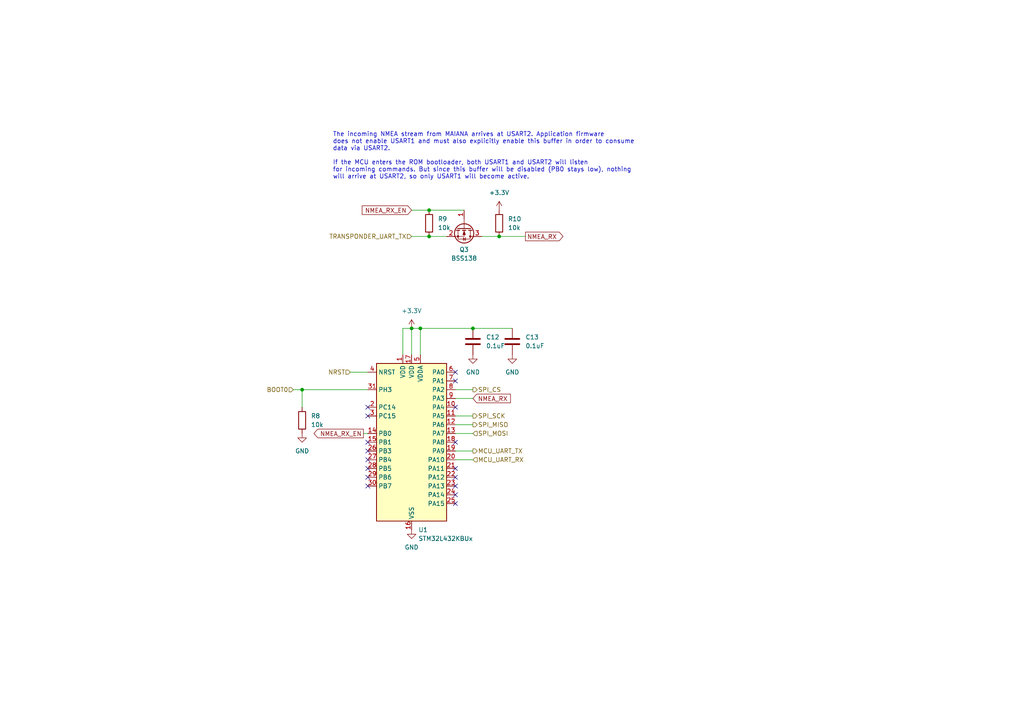
<source format=kicad_sch>
(kicad_sch
	(version 20231120)
	(generator "eeschema")
	(generator_version "8.0")
	(uuid "5fedfe40-3d61-4967-9647-ceeeeb434b01")
	(paper "A4")
	(title_block
		(title "MAIANA NMEA2000 Adapter")
		(date "2023-09-23")
		(rev "8")
		(company "Maverick Labs LLC")
	)
	(lib_symbols
		(symbol "Device:C"
			(pin_numbers hide)
			(pin_names
				(offset 0.254)
			)
			(exclude_from_sim no)
			(in_bom yes)
			(on_board yes)
			(property "Reference" "C"
				(at 0.635 2.54 0)
				(effects
					(font
						(size 1.27 1.27)
					)
					(justify left)
				)
			)
			(property "Value" "C"
				(at 0.635 -2.54 0)
				(effects
					(font
						(size 1.27 1.27)
					)
					(justify left)
				)
			)
			(property "Footprint" ""
				(at 0.9652 -3.81 0)
				(effects
					(font
						(size 1.27 1.27)
					)
					(hide yes)
				)
			)
			(property "Datasheet" "~"
				(at 0 0 0)
				(effects
					(font
						(size 1.27 1.27)
					)
					(hide yes)
				)
			)
			(property "Description" "Unpolarized capacitor"
				(at 0 0 0)
				(effects
					(font
						(size 1.27 1.27)
					)
					(hide yes)
				)
			)
			(property "ki_keywords" "cap capacitor"
				(at 0 0 0)
				(effects
					(font
						(size 1.27 1.27)
					)
					(hide yes)
				)
			)
			(property "ki_fp_filters" "C_*"
				(at 0 0 0)
				(effects
					(font
						(size 1.27 1.27)
					)
					(hide yes)
				)
			)
			(symbol "C_0_1"
				(polyline
					(pts
						(xy -2.032 -0.762) (xy 2.032 -0.762)
					)
					(stroke
						(width 0.508)
						(type default)
					)
					(fill
						(type none)
					)
				)
				(polyline
					(pts
						(xy -2.032 0.762) (xy 2.032 0.762)
					)
					(stroke
						(width 0.508)
						(type default)
					)
					(fill
						(type none)
					)
				)
			)
			(symbol "C_1_1"
				(pin passive line
					(at 0 3.81 270)
					(length 2.794)
					(name "~"
						(effects
							(font
								(size 1.27 1.27)
							)
						)
					)
					(number "1"
						(effects
							(font
								(size 1.27 1.27)
							)
						)
					)
				)
				(pin passive line
					(at 0 -3.81 90)
					(length 2.794)
					(name "~"
						(effects
							(font
								(size 1.27 1.27)
							)
						)
					)
					(number "2"
						(effects
							(font
								(size 1.27 1.27)
							)
						)
					)
				)
			)
		)
		(symbol "Device:R"
			(pin_numbers hide)
			(pin_names
				(offset 0)
			)
			(exclude_from_sim no)
			(in_bom yes)
			(on_board yes)
			(property "Reference" "R"
				(at 2.032 0 90)
				(effects
					(font
						(size 1.27 1.27)
					)
				)
			)
			(property "Value" "R"
				(at 0 0 90)
				(effects
					(font
						(size 1.27 1.27)
					)
				)
			)
			(property "Footprint" ""
				(at -1.778 0 90)
				(effects
					(font
						(size 1.27 1.27)
					)
					(hide yes)
				)
			)
			(property "Datasheet" "~"
				(at 0 0 0)
				(effects
					(font
						(size 1.27 1.27)
					)
					(hide yes)
				)
			)
			(property "Description" "Resistor"
				(at 0 0 0)
				(effects
					(font
						(size 1.27 1.27)
					)
					(hide yes)
				)
			)
			(property "ki_keywords" "R res resistor"
				(at 0 0 0)
				(effects
					(font
						(size 1.27 1.27)
					)
					(hide yes)
				)
			)
			(property "ki_fp_filters" "R_*"
				(at 0 0 0)
				(effects
					(font
						(size 1.27 1.27)
					)
					(hide yes)
				)
			)
			(symbol "R_0_1"
				(rectangle
					(start -1.016 -2.54)
					(end 1.016 2.54)
					(stroke
						(width 0.254)
						(type default)
					)
					(fill
						(type none)
					)
				)
			)
			(symbol "R_1_1"
				(pin passive line
					(at 0 3.81 270)
					(length 1.27)
					(name "~"
						(effects
							(font
								(size 1.27 1.27)
							)
						)
					)
					(number "1"
						(effects
							(font
								(size 1.27 1.27)
							)
						)
					)
				)
				(pin passive line
					(at 0 -3.81 90)
					(length 1.27)
					(name "~"
						(effects
							(font
								(size 1.27 1.27)
							)
						)
					)
					(number "2"
						(effects
							(font
								(size 1.27 1.27)
							)
						)
					)
				)
			)
		)
		(symbol "MCU_ST_STM32L4:STM32L432KBUx"
			(exclude_from_sim no)
			(in_bom yes)
			(on_board yes)
			(property "Reference" "U"
				(at -10.16 24.13 0)
				(effects
					(font
						(size 1.27 1.27)
					)
					(justify left)
				)
			)
			(property "Value" "STM32L432KBUx"
				(at 5.08 24.13 0)
				(effects
					(font
						(size 1.27 1.27)
					)
					(justify left)
				)
			)
			(property "Footprint" "Package_DFN_QFN:QFN-32-1EP_5x5mm_P0.5mm_EP3.45x3.45mm"
				(at -10.16 -22.86 0)
				(effects
					(font
						(size 1.27 1.27)
					)
					(justify right)
					(hide yes)
				)
			)
			(property "Datasheet" "https://www.st.com/resource/en/datasheet/stm32l432kb.pdf"
				(at 0 0 0)
				(effects
					(font
						(size 1.27 1.27)
					)
					(hide yes)
				)
			)
			(property "Description" "STMicroelectronics Arm Cortex-M4 MCU, 128KB flash, 64KB RAM, 80 MHz, 1.71-3.6V, 26 GPIO, UFQFPN32"
				(at 0 0 0)
				(effects
					(font
						(size 1.27 1.27)
					)
					(hide yes)
				)
			)
			(property "ki_locked" ""
				(at 0 0 0)
				(effects
					(font
						(size 1.27 1.27)
					)
				)
			)
			(property "ki_keywords" "Arm Cortex-M4 STM32L4 STM32L4x2"
				(at 0 0 0)
				(effects
					(font
						(size 1.27 1.27)
					)
					(hide yes)
				)
			)
			(property "ki_fp_filters" "QFN*1EP*5x5mm*P0.5mm*"
				(at 0 0 0)
				(effects
					(font
						(size 1.27 1.27)
					)
					(hide yes)
				)
			)
			(symbol "STM32L432KBUx_0_1"
				(rectangle
					(start -10.16 -22.86)
					(end 10.16 22.86)
					(stroke
						(width 0.254)
						(type default)
					)
					(fill
						(type background)
					)
				)
			)
			(symbol "STM32L432KBUx_1_1"
				(pin power_in line
					(at -2.54 25.4 270)
					(length 2.54)
					(name "VDD"
						(effects
							(font
								(size 1.27 1.27)
							)
						)
					)
					(number "1"
						(effects
							(font
								(size 1.27 1.27)
							)
						)
					)
				)
				(pin bidirectional line
					(at 12.7 10.16 180)
					(length 2.54)
					(name "PA4"
						(effects
							(font
								(size 1.27 1.27)
							)
						)
					)
					(number "10"
						(effects
							(font
								(size 1.27 1.27)
							)
						)
					)
					(alternate "ADC1_IN9" bidirectional line)
					(alternate "COMP1_INM" bidirectional line)
					(alternate "COMP2_INM" bidirectional line)
					(alternate "DAC1_OUT1" bidirectional line)
					(alternate "LPTIM2_OUT" bidirectional line)
					(alternate "SAI1_FS_B" bidirectional line)
					(alternate "SPI1_NSS" bidirectional line)
					(alternate "SPI3_NSS" bidirectional line)
					(alternate "USART2_CK" bidirectional line)
				)
				(pin bidirectional line
					(at 12.7 7.62 180)
					(length 2.54)
					(name "PA5"
						(effects
							(font
								(size 1.27 1.27)
							)
						)
					)
					(number "11"
						(effects
							(font
								(size 1.27 1.27)
							)
						)
					)
					(alternate "ADC1_IN10" bidirectional line)
					(alternate "COMP1_INM" bidirectional line)
					(alternate "COMP2_INM" bidirectional line)
					(alternate "DAC1_OUT2" bidirectional line)
					(alternate "LPTIM2_ETR" bidirectional line)
					(alternate "SPI1_SCK" bidirectional line)
					(alternate "TIM2_CH1" bidirectional line)
					(alternate "TIM2_ETR" bidirectional line)
				)
				(pin bidirectional line
					(at 12.7 5.08 180)
					(length 2.54)
					(name "PA6"
						(effects
							(font
								(size 1.27 1.27)
							)
						)
					)
					(number "12"
						(effects
							(font
								(size 1.27 1.27)
							)
						)
					)
					(alternate "ADC1_IN11" bidirectional line)
					(alternate "COMP1_OUT" bidirectional line)
					(alternate "LPUART1_CTS" bidirectional line)
					(alternate "QUADSPI_BK1_IO3" bidirectional line)
					(alternate "SPI1_MISO" bidirectional line)
					(alternate "TIM16_CH1" bidirectional line)
					(alternate "TIM1_BKIN" bidirectional line)
					(alternate "TIM1_BKIN_COMP2" bidirectional line)
				)
				(pin bidirectional line
					(at 12.7 2.54 180)
					(length 2.54)
					(name "PA7"
						(effects
							(font
								(size 1.27 1.27)
							)
						)
					)
					(number "13"
						(effects
							(font
								(size 1.27 1.27)
							)
						)
					)
					(alternate "ADC1_IN12" bidirectional line)
					(alternate "COMP2_OUT" bidirectional line)
					(alternate "I2C3_SCL" bidirectional line)
					(alternate "QUADSPI_BK1_IO2" bidirectional line)
					(alternate "SPI1_MOSI" bidirectional line)
					(alternate "TIM1_CH1N" bidirectional line)
				)
				(pin bidirectional line
					(at -12.7 2.54 0)
					(length 2.54)
					(name "PB0"
						(effects
							(font
								(size 1.27 1.27)
							)
						)
					)
					(number "14"
						(effects
							(font
								(size 1.27 1.27)
							)
						)
					)
					(alternate "ADC1_IN15" bidirectional line)
					(alternate "COMP1_OUT" bidirectional line)
					(alternate "QUADSPI_BK1_IO1" bidirectional line)
					(alternate "SAI1_EXTCLK" bidirectional line)
					(alternate "SPI1_NSS" bidirectional line)
					(alternate "TIM1_CH2N" bidirectional line)
				)
				(pin bidirectional line
					(at -12.7 0 0)
					(length 2.54)
					(name "PB1"
						(effects
							(font
								(size 1.27 1.27)
							)
						)
					)
					(number "15"
						(effects
							(font
								(size 1.27 1.27)
							)
						)
					)
					(alternate "ADC1_IN16" bidirectional line)
					(alternate "COMP1_INM" bidirectional line)
					(alternate "LPTIM2_IN1" bidirectional line)
					(alternate "LPUART1_DE" bidirectional line)
					(alternate "LPUART1_RTS" bidirectional line)
					(alternate "QUADSPI_BK1_IO0" bidirectional line)
					(alternate "TIM1_CH3N" bidirectional line)
				)
				(pin power_in line
					(at 0 -25.4 90)
					(length 2.54)
					(name "VSS"
						(effects
							(font
								(size 1.27 1.27)
							)
						)
					)
					(number "16"
						(effects
							(font
								(size 1.27 1.27)
							)
						)
					)
				)
				(pin power_in line
					(at 0 25.4 270)
					(length 2.54)
					(name "VDD"
						(effects
							(font
								(size 1.27 1.27)
							)
						)
					)
					(number "17"
						(effects
							(font
								(size 1.27 1.27)
							)
						)
					)
				)
				(pin bidirectional line
					(at 12.7 0 180)
					(length 2.54)
					(name "PA8"
						(effects
							(font
								(size 1.27 1.27)
							)
						)
					)
					(number "18"
						(effects
							(font
								(size 1.27 1.27)
							)
						)
					)
					(alternate "LPTIM2_OUT" bidirectional line)
					(alternate "RCC_MCO" bidirectional line)
					(alternate "SAI1_SCK_A" bidirectional line)
					(alternate "SWPMI1_IO" bidirectional line)
					(alternate "TIM1_CH1" bidirectional line)
					(alternate "USART1_CK" bidirectional line)
				)
				(pin bidirectional line
					(at 12.7 -2.54 180)
					(length 2.54)
					(name "PA9"
						(effects
							(font
								(size 1.27 1.27)
							)
						)
					)
					(number "19"
						(effects
							(font
								(size 1.27 1.27)
							)
						)
					)
					(alternate "DAC1_EXTI9" bidirectional line)
					(alternate "I2C1_SCL" bidirectional line)
					(alternate "SAI1_FS_A" bidirectional line)
					(alternate "TIM15_BKIN" bidirectional line)
					(alternate "TIM1_CH2" bidirectional line)
					(alternate "USART1_TX" bidirectional line)
				)
				(pin bidirectional line
					(at -12.7 10.16 0)
					(length 2.54)
					(name "PC14"
						(effects
							(font
								(size 1.27 1.27)
							)
						)
					)
					(number "2"
						(effects
							(font
								(size 1.27 1.27)
							)
						)
					)
					(alternate "RCC_OSC32_IN" bidirectional line)
				)
				(pin bidirectional line
					(at 12.7 -5.08 180)
					(length 2.54)
					(name "PA10"
						(effects
							(font
								(size 1.27 1.27)
							)
						)
					)
					(number "20"
						(effects
							(font
								(size 1.27 1.27)
							)
						)
					)
					(alternate "CRS_SYNC" bidirectional line)
					(alternate "I2C1_SDA" bidirectional line)
					(alternate "SAI1_SD_A" bidirectional line)
					(alternate "TIM1_CH3" bidirectional line)
					(alternate "USART1_RX" bidirectional line)
				)
				(pin bidirectional line
					(at 12.7 -7.62 180)
					(length 2.54)
					(name "PA11"
						(effects
							(font
								(size 1.27 1.27)
							)
						)
					)
					(number "21"
						(effects
							(font
								(size 1.27 1.27)
							)
						)
					)
					(alternate "ADC1_EXTI11" bidirectional line)
					(alternate "CAN1_RX" bidirectional line)
					(alternate "COMP1_OUT" bidirectional line)
					(alternate "SPI1_MISO" bidirectional line)
					(alternate "TIM1_BKIN2" bidirectional line)
					(alternate "TIM1_BKIN2_COMP1" bidirectional line)
					(alternate "TIM1_CH4" bidirectional line)
					(alternate "USART1_CTS" bidirectional line)
					(alternate "USB_DM" bidirectional line)
				)
				(pin bidirectional line
					(at 12.7 -10.16 180)
					(length 2.54)
					(name "PA12"
						(effects
							(font
								(size 1.27 1.27)
							)
						)
					)
					(number "22"
						(effects
							(font
								(size 1.27 1.27)
							)
						)
					)
					(alternate "CAN1_TX" bidirectional line)
					(alternate "SPI1_MOSI" bidirectional line)
					(alternate "TIM1_ETR" bidirectional line)
					(alternate "USART1_DE" bidirectional line)
					(alternate "USART1_RTS" bidirectional line)
					(alternate "USB_DP" bidirectional line)
				)
				(pin bidirectional line
					(at 12.7 -12.7 180)
					(length 2.54)
					(name "PA13"
						(effects
							(font
								(size 1.27 1.27)
							)
						)
					)
					(number "23"
						(effects
							(font
								(size 1.27 1.27)
							)
						)
					)
					(alternate "IR_OUT" bidirectional line)
					(alternate "SAI1_SD_B" bidirectional line)
					(alternate "SWPMI1_TX" bidirectional line)
					(alternate "SYS_JTMS-SWDIO" bidirectional line)
					(alternate "USB_NOE" bidirectional line)
				)
				(pin bidirectional line
					(at 12.7 -15.24 180)
					(length 2.54)
					(name "PA14"
						(effects
							(font
								(size 1.27 1.27)
							)
						)
					)
					(number "24"
						(effects
							(font
								(size 1.27 1.27)
							)
						)
					)
					(alternate "I2C1_SMBA" bidirectional line)
					(alternate "LPTIM1_OUT" bidirectional line)
					(alternate "SAI1_FS_B" bidirectional line)
					(alternate "SWPMI1_RX" bidirectional line)
					(alternate "SYS_JTCK-SWCLK" bidirectional line)
				)
				(pin bidirectional line
					(at 12.7 -17.78 180)
					(length 2.54)
					(name "PA15"
						(effects
							(font
								(size 1.27 1.27)
							)
						)
					)
					(number "25"
						(effects
							(font
								(size 1.27 1.27)
							)
						)
					)
					(alternate "ADC1_EXTI15" bidirectional line)
					(alternate "SPI1_NSS" bidirectional line)
					(alternate "SPI3_NSS" bidirectional line)
					(alternate "SWPMI1_SUSPEND" bidirectional line)
					(alternate "SYS_JTDI" bidirectional line)
					(alternate "TIM2_CH1" bidirectional line)
					(alternate "TIM2_ETR" bidirectional line)
					(alternate "USART2_RX" bidirectional line)
				)
				(pin bidirectional line
					(at -12.7 -2.54 0)
					(length 2.54)
					(name "PB3"
						(effects
							(font
								(size 1.27 1.27)
							)
						)
					)
					(number "26"
						(effects
							(font
								(size 1.27 1.27)
							)
						)
					)
					(alternate "COMP2_INM" bidirectional line)
					(alternate "SAI1_SCK_B" bidirectional line)
					(alternate "SPI1_SCK" bidirectional line)
					(alternate "SPI3_SCK" bidirectional line)
					(alternate "SYS_JTDO-SWO" bidirectional line)
					(alternate "TIM2_CH2" bidirectional line)
					(alternate "USART1_DE" bidirectional line)
					(alternate "USART1_RTS" bidirectional line)
				)
				(pin bidirectional line
					(at -12.7 -5.08 0)
					(length 2.54)
					(name "PB4"
						(effects
							(font
								(size 1.27 1.27)
							)
						)
					)
					(number "27"
						(effects
							(font
								(size 1.27 1.27)
							)
						)
					)
					(alternate "COMP2_INP" bidirectional line)
					(alternate "I2C3_SDA" bidirectional line)
					(alternate "SAI1_MCLK_B" bidirectional line)
					(alternate "SPI1_MISO" bidirectional line)
					(alternate "SPI3_MISO" bidirectional line)
					(alternate "SYS_JTRST" bidirectional line)
					(alternate "TSC_G2_IO1" bidirectional line)
					(alternate "USART1_CTS" bidirectional line)
				)
				(pin bidirectional line
					(at -12.7 -7.62 0)
					(length 2.54)
					(name "PB5"
						(effects
							(font
								(size 1.27 1.27)
							)
						)
					)
					(number "28"
						(effects
							(font
								(size 1.27 1.27)
							)
						)
					)
					(alternate "COMP2_OUT" bidirectional line)
					(alternate "I2C1_SMBA" bidirectional line)
					(alternate "LPTIM1_IN1" bidirectional line)
					(alternate "SAI1_SD_B" bidirectional line)
					(alternate "SPI1_MOSI" bidirectional line)
					(alternate "SPI3_MOSI" bidirectional line)
					(alternate "TIM16_BKIN" bidirectional line)
					(alternate "TSC_G2_IO2" bidirectional line)
					(alternate "USART1_CK" bidirectional line)
				)
				(pin bidirectional line
					(at -12.7 -10.16 0)
					(length 2.54)
					(name "PB6"
						(effects
							(font
								(size 1.27 1.27)
							)
						)
					)
					(number "29"
						(effects
							(font
								(size 1.27 1.27)
							)
						)
					)
					(alternate "COMP2_INP" bidirectional line)
					(alternate "I2C1_SCL" bidirectional line)
					(alternate "LPTIM1_ETR" bidirectional line)
					(alternate "SAI1_FS_B" bidirectional line)
					(alternate "TIM16_CH1N" bidirectional line)
					(alternate "TSC_G2_IO3" bidirectional line)
					(alternate "USART1_TX" bidirectional line)
				)
				(pin bidirectional line
					(at -12.7 7.62 0)
					(length 2.54)
					(name "PC15"
						(effects
							(font
								(size 1.27 1.27)
							)
						)
					)
					(number "3"
						(effects
							(font
								(size 1.27 1.27)
							)
						)
					)
					(alternate "ADC1_EXTI15" bidirectional line)
					(alternate "RCC_OSC32_OUT" bidirectional line)
				)
				(pin bidirectional line
					(at -12.7 -12.7 0)
					(length 2.54)
					(name "PB7"
						(effects
							(font
								(size 1.27 1.27)
							)
						)
					)
					(number "30"
						(effects
							(font
								(size 1.27 1.27)
							)
						)
					)
					(alternate "COMP2_INM" bidirectional line)
					(alternate "I2C1_SDA" bidirectional line)
					(alternate "LPTIM1_IN2" bidirectional line)
					(alternate "SYS_PVD_IN" bidirectional line)
					(alternate "TSC_G2_IO4" bidirectional line)
					(alternate "USART1_RX" bidirectional line)
				)
				(pin bidirectional line
					(at -12.7 15.24 0)
					(length 2.54)
					(name "PH3"
						(effects
							(font
								(size 1.27 1.27)
							)
						)
					)
					(number "31"
						(effects
							(font
								(size 1.27 1.27)
							)
						)
					)
				)
				(pin passive line
					(at 0 -25.4 90)
					(length 2.54) hide
					(name "VSS"
						(effects
							(font
								(size 1.27 1.27)
							)
						)
					)
					(number "32"
						(effects
							(font
								(size 1.27 1.27)
							)
						)
					)
				)
				(pin passive line
					(at 0 -25.4 90)
					(length 2.54) hide
					(name "VSS"
						(effects
							(font
								(size 1.27 1.27)
							)
						)
					)
					(number "33"
						(effects
							(font
								(size 1.27 1.27)
							)
						)
					)
				)
				(pin input line
					(at -12.7 20.32 0)
					(length 2.54)
					(name "NRST"
						(effects
							(font
								(size 1.27 1.27)
							)
						)
					)
					(number "4"
						(effects
							(font
								(size 1.27 1.27)
							)
						)
					)
				)
				(pin power_in line
					(at 2.54 25.4 270)
					(length 2.54)
					(name "VDDA"
						(effects
							(font
								(size 1.27 1.27)
							)
						)
					)
					(number "5"
						(effects
							(font
								(size 1.27 1.27)
							)
						)
					)
				)
				(pin bidirectional line
					(at 12.7 20.32 180)
					(length 2.54)
					(name "PA0"
						(effects
							(font
								(size 1.27 1.27)
							)
						)
					)
					(number "6"
						(effects
							(font
								(size 1.27 1.27)
							)
						)
					)
					(alternate "ADC1_IN5" bidirectional line)
					(alternate "COMP1_INM" bidirectional line)
					(alternate "COMP1_OUT" bidirectional line)
					(alternate "OPAMP1_VINP" bidirectional line)
					(alternate "RCC_CK_IN" bidirectional line)
					(alternate "RTC_TAMP2" bidirectional line)
					(alternate "SAI1_EXTCLK" bidirectional line)
					(alternate "SYS_WKUP1" bidirectional line)
					(alternate "TIM2_CH1" bidirectional line)
					(alternate "TIM2_ETR" bidirectional line)
					(alternate "USART2_CTS" bidirectional line)
				)
				(pin bidirectional line
					(at 12.7 17.78 180)
					(length 2.54)
					(name "PA1"
						(effects
							(font
								(size 1.27 1.27)
							)
						)
					)
					(number "7"
						(effects
							(font
								(size 1.27 1.27)
							)
						)
					)
					(alternate "ADC1_IN6" bidirectional line)
					(alternate "COMP1_INP" bidirectional line)
					(alternate "I2C1_SMBA" bidirectional line)
					(alternate "OPAMP1_VINM" bidirectional line)
					(alternate "SPI1_SCK" bidirectional line)
					(alternate "TIM15_CH1N" bidirectional line)
					(alternate "TIM2_CH2" bidirectional line)
					(alternate "USART2_DE" bidirectional line)
					(alternate "USART2_RTS" bidirectional line)
				)
				(pin bidirectional line
					(at 12.7 15.24 180)
					(length 2.54)
					(name "PA2"
						(effects
							(font
								(size 1.27 1.27)
							)
						)
					)
					(number "8"
						(effects
							(font
								(size 1.27 1.27)
							)
						)
					)
					(alternate "ADC1_IN7" bidirectional line)
					(alternate "COMP2_INM" bidirectional line)
					(alternate "COMP2_OUT" bidirectional line)
					(alternate "LPUART1_TX" bidirectional line)
					(alternate "QUADSPI_BK1_NCS" bidirectional line)
					(alternate "RCC_LSCO" bidirectional line)
					(alternate "SYS_WKUP4" bidirectional line)
					(alternate "TIM15_CH1" bidirectional line)
					(alternate "TIM2_CH3" bidirectional line)
					(alternate "USART2_TX" bidirectional line)
				)
				(pin bidirectional line
					(at 12.7 12.7 180)
					(length 2.54)
					(name "PA3"
						(effects
							(font
								(size 1.27 1.27)
							)
						)
					)
					(number "9"
						(effects
							(font
								(size 1.27 1.27)
							)
						)
					)
					(alternate "ADC1_IN8" bidirectional line)
					(alternate "COMP2_INP" bidirectional line)
					(alternate "LPUART1_RX" bidirectional line)
					(alternate "OPAMP1_VOUT" bidirectional line)
					(alternate "QUADSPI_CLK" bidirectional line)
					(alternate "SAI1_MCLK_A" bidirectional line)
					(alternate "TIM15_CH2" bidirectional line)
					(alternate "TIM2_CH4" bidirectional line)
					(alternate "USART2_RX" bidirectional line)
				)
			)
		)
		(symbol "Transistor_FET:BSS138"
			(pin_names hide)
			(exclude_from_sim no)
			(in_bom yes)
			(on_board yes)
			(property "Reference" "Q"
				(at 5.08 1.905 0)
				(effects
					(font
						(size 1.27 1.27)
					)
					(justify left)
				)
			)
			(property "Value" "BSS138"
				(at 5.08 0 0)
				(effects
					(font
						(size 1.27 1.27)
					)
					(justify left)
				)
			)
			(property "Footprint" "Package_TO_SOT_SMD:SOT-23"
				(at 5.08 -1.905 0)
				(effects
					(font
						(size 1.27 1.27)
						(italic yes)
					)
					(justify left)
					(hide yes)
				)
			)
			(property "Datasheet" "https://www.onsemi.com/pub/Collateral/BSS138-D.PDF"
				(at 0 0 0)
				(effects
					(font
						(size 1.27 1.27)
					)
					(justify left)
					(hide yes)
				)
			)
			(property "Description" "50V Vds, 0.22A Id, N-Channel MOSFET, SOT-23"
				(at 0 0 0)
				(effects
					(font
						(size 1.27 1.27)
					)
					(hide yes)
				)
			)
			(property "ki_keywords" "N-Channel MOSFET"
				(at 0 0 0)
				(effects
					(font
						(size 1.27 1.27)
					)
					(hide yes)
				)
			)
			(property "ki_fp_filters" "SOT?23*"
				(at 0 0 0)
				(effects
					(font
						(size 1.27 1.27)
					)
					(hide yes)
				)
			)
			(symbol "BSS138_0_1"
				(polyline
					(pts
						(xy 0.254 0) (xy -2.54 0)
					)
					(stroke
						(width 0)
						(type default)
					)
					(fill
						(type none)
					)
				)
				(polyline
					(pts
						(xy 0.254 1.905) (xy 0.254 -1.905)
					)
					(stroke
						(width 0.254)
						(type default)
					)
					(fill
						(type none)
					)
				)
				(polyline
					(pts
						(xy 0.762 -1.27) (xy 0.762 -2.286)
					)
					(stroke
						(width 0.254)
						(type default)
					)
					(fill
						(type none)
					)
				)
				(polyline
					(pts
						(xy 0.762 0.508) (xy 0.762 -0.508)
					)
					(stroke
						(width 0.254)
						(type default)
					)
					(fill
						(type none)
					)
				)
				(polyline
					(pts
						(xy 0.762 2.286) (xy 0.762 1.27)
					)
					(stroke
						(width 0.254)
						(type default)
					)
					(fill
						(type none)
					)
				)
				(polyline
					(pts
						(xy 2.54 2.54) (xy 2.54 1.778)
					)
					(stroke
						(width 0)
						(type default)
					)
					(fill
						(type none)
					)
				)
				(polyline
					(pts
						(xy 2.54 -2.54) (xy 2.54 0) (xy 0.762 0)
					)
					(stroke
						(width 0)
						(type default)
					)
					(fill
						(type none)
					)
				)
				(polyline
					(pts
						(xy 0.762 -1.778) (xy 3.302 -1.778) (xy 3.302 1.778) (xy 0.762 1.778)
					)
					(stroke
						(width 0)
						(type default)
					)
					(fill
						(type none)
					)
				)
				(polyline
					(pts
						(xy 1.016 0) (xy 2.032 0.381) (xy 2.032 -0.381) (xy 1.016 0)
					)
					(stroke
						(width 0)
						(type default)
					)
					(fill
						(type outline)
					)
				)
				(polyline
					(pts
						(xy 2.794 0.508) (xy 2.921 0.381) (xy 3.683 0.381) (xy 3.81 0.254)
					)
					(stroke
						(width 0)
						(type default)
					)
					(fill
						(type none)
					)
				)
				(polyline
					(pts
						(xy 3.302 0.381) (xy 2.921 -0.254) (xy 3.683 -0.254) (xy 3.302 0.381)
					)
					(stroke
						(width 0)
						(type default)
					)
					(fill
						(type none)
					)
				)
				(circle
					(center 1.651 0)
					(radius 2.794)
					(stroke
						(width 0.254)
						(type default)
					)
					(fill
						(type none)
					)
				)
				(circle
					(center 2.54 -1.778)
					(radius 0.254)
					(stroke
						(width 0)
						(type default)
					)
					(fill
						(type outline)
					)
				)
				(circle
					(center 2.54 1.778)
					(radius 0.254)
					(stroke
						(width 0)
						(type default)
					)
					(fill
						(type outline)
					)
				)
			)
			(symbol "BSS138_1_1"
				(pin input line
					(at -5.08 0 0)
					(length 2.54)
					(name "G"
						(effects
							(font
								(size 1.27 1.27)
							)
						)
					)
					(number "1"
						(effects
							(font
								(size 1.27 1.27)
							)
						)
					)
				)
				(pin passive line
					(at 2.54 -5.08 90)
					(length 2.54)
					(name "S"
						(effects
							(font
								(size 1.27 1.27)
							)
						)
					)
					(number "2"
						(effects
							(font
								(size 1.27 1.27)
							)
						)
					)
				)
				(pin passive line
					(at 2.54 5.08 270)
					(length 2.54)
					(name "D"
						(effects
							(font
								(size 1.27 1.27)
							)
						)
					)
					(number "3"
						(effects
							(font
								(size 1.27 1.27)
							)
						)
					)
				)
			)
		)
		(symbol "power:+3.3V"
			(power)
			(pin_names
				(offset 0)
			)
			(exclude_from_sim no)
			(in_bom yes)
			(on_board yes)
			(property "Reference" "#PWR"
				(at 0 -3.81 0)
				(effects
					(font
						(size 1.27 1.27)
					)
					(hide yes)
				)
			)
			(property "Value" "+3.3V"
				(at 0 3.556 0)
				(effects
					(font
						(size 1.27 1.27)
					)
				)
			)
			(property "Footprint" ""
				(at 0 0 0)
				(effects
					(font
						(size 1.27 1.27)
					)
					(hide yes)
				)
			)
			(property "Datasheet" ""
				(at 0 0 0)
				(effects
					(font
						(size 1.27 1.27)
					)
					(hide yes)
				)
			)
			(property "Description" "Power symbol creates a global label with name \"+3.3V\""
				(at 0 0 0)
				(effects
					(font
						(size 1.27 1.27)
					)
					(hide yes)
				)
			)
			(property "ki_keywords" "global power"
				(at 0 0 0)
				(effects
					(font
						(size 1.27 1.27)
					)
					(hide yes)
				)
			)
			(symbol "+3.3V_0_1"
				(polyline
					(pts
						(xy -0.762 1.27) (xy 0 2.54)
					)
					(stroke
						(width 0)
						(type default)
					)
					(fill
						(type none)
					)
				)
				(polyline
					(pts
						(xy 0 0) (xy 0 2.54)
					)
					(stroke
						(width 0)
						(type default)
					)
					(fill
						(type none)
					)
				)
				(polyline
					(pts
						(xy 0 2.54) (xy 0.762 1.27)
					)
					(stroke
						(width 0)
						(type default)
					)
					(fill
						(type none)
					)
				)
			)
			(symbol "+3.3V_1_1"
				(pin power_in line
					(at 0 0 90)
					(length 0) hide
					(name "+3.3V"
						(effects
							(font
								(size 1.27 1.27)
							)
						)
					)
					(number "1"
						(effects
							(font
								(size 1.27 1.27)
							)
						)
					)
				)
			)
		)
		(symbol "power:GND"
			(power)
			(pin_names
				(offset 0)
			)
			(exclude_from_sim no)
			(in_bom yes)
			(on_board yes)
			(property "Reference" "#PWR"
				(at 0 -6.35 0)
				(effects
					(font
						(size 1.27 1.27)
					)
					(hide yes)
				)
			)
			(property "Value" "GND"
				(at 0 -3.81 0)
				(effects
					(font
						(size 1.27 1.27)
					)
				)
			)
			(property "Footprint" ""
				(at 0 0 0)
				(effects
					(font
						(size 1.27 1.27)
					)
					(hide yes)
				)
			)
			(property "Datasheet" ""
				(at 0 0 0)
				(effects
					(font
						(size 1.27 1.27)
					)
					(hide yes)
				)
			)
			(property "Description" "Power symbol creates a global label with name \"GND\" , ground"
				(at 0 0 0)
				(effects
					(font
						(size 1.27 1.27)
					)
					(hide yes)
				)
			)
			(property "ki_keywords" "global power"
				(at 0 0 0)
				(effects
					(font
						(size 1.27 1.27)
					)
					(hide yes)
				)
			)
			(symbol "GND_0_1"
				(polyline
					(pts
						(xy 0 0) (xy 0 -1.27) (xy 1.27 -1.27) (xy 0 -2.54) (xy -1.27 -1.27) (xy 0 -1.27)
					)
					(stroke
						(width 0)
						(type default)
					)
					(fill
						(type none)
					)
				)
			)
			(symbol "GND_1_1"
				(pin power_in line
					(at 0 0 270)
					(length 0) hide
					(name "GND"
						(effects
							(font
								(size 1.27 1.27)
							)
						)
					)
					(number "1"
						(effects
							(font
								(size 1.27 1.27)
							)
						)
					)
				)
			)
		)
	)
	(junction
		(at 124.46 68.58)
		(diameter 0)
		(color 0 0 0 0)
		(uuid "0aab784b-6eee-4b09-b860-eed4816d36c5")
	)
	(junction
		(at 87.63 113.03)
		(diameter 0)
		(color 0 0 0 0)
		(uuid "397eaece-4bea-4360-9be7-78873c5fde58")
	)
	(junction
		(at 119.38 95.25)
		(diameter 0)
		(color 0 0 0 0)
		(uuid "4a977c59-1b41-4b1d-9cc3-426d07bf2e37")
	)
	(junction
		(at 144.78 68.58)
		(diameter 0)
		(color 0 0 0 0)
		(uuid "4e469cce-eab4-4c05-9b17-0c867160d6aa")
	)
	(junction
		(at 124.46 60.96)
		(diameter 0)
		(color 0 0 0 0)
		(uuid "dfd83ce2-2604-413a-969e-685cbffd344b")
	)
	(junction
		(at 137.16 95.25)
		(diameter 0)
		(color 0 0 0 0)
		(uuid "dff69457-e184-4d91-a277-a56a81ed8132")
	)
	(junction
		(at 121.92 95.25)
		(diameter 0)
		(color 0 0 0 0)
		(uuid "e26e3f9b-faf3-4d5a-800d-d0b5c5a154e2")
	)
	(no_connect
		(at 132.08 135.89)
		(uuid "22327701-65bd-471a-bffb-51511fa2e76e")
	)
	(no_connect
		(at 132.08 128.27)
		(uuid "2aaa4d21-2e5a-4c3b-a2e4-25a1e3c78967")
	)
	(no_connect
		(at 106.68 133.35)
		(uuid "2ef7d92d-f675-4e62-8fb7-dba3c0b6c59c")
	)
	(no_connect
		(at 106.68 135.89)
		(uuid "351c3855-cc3a-46c3-84ff-0a3eea4257b5")
	)
	(no_connect
		(at 132.08 140.97)
		(uuid "3e1a4c34-c8e9-4694-b58d-392b03ea7658")
	)
	(no_connect
		(at 132.08 118.11)
		(uuid "3f663d45-da4e-4085-9eb5-35219d6d8063")
	)
	(no_connect
		(at 106.68 128.27)
		(uuid "439fd50a-56f3-4e16-9f03-0f6e9361e28e")
	)
	(no_connect
		(at 106.68 118.11)
		(uuid "43ab0768-0115-4476-97c5-618254fb25cc")
	)
	(no_connect
		(at 132.08 110.49)
		(uuid "4a2bdbe1-b68e-4773-bcda-9bfdef9aa2dd")
	)
	(no_connect
		(at 106.68 138.43)
		(uuid "4e00af81-1fbc-438d-bfb8-f9799e3ae330")
	)
	(no_connect
		(at 132.08 146.05)
		(uuid "57c337a9-0121-4a5b-9273-298b23d57431")
	)
	(no_connect
		(at 132.08 107.95)
		(uuid "7114744f-7d27-4fb8-9851-1e4a02579053")
	)
	(no_connect
		(at 132.08 138.43)
		(uuid "af162c3f-229d-4668-a699-91ea5250d001")
	)
	(no_connect
		(at 106.68 120.65)
		(uuid "dbc83cf9-0253-4b5c-abe3-2059b43de1e5")
	)
	(no_connect
		(at 106.68 140.97)
		(uuid "e09006bf-0266-44fe-aba0-509501a903a3")
	)
	(no_connect
		(at 132.08 143.51)
		(uuid "e3f8d940-f736-4c6d-9165-7b22c1affe12")
	)
	(no_connect
		(at 106.68 130.81)
		(uuid "f85da7ae-eb14-4401-bf8b-b97e4617d569")
	)
	(wire
		(pts
			(xy 132.08 133.35) (xy 137.16 133.35)
		)
		(stroke
			(width 0)
			(type default)
		)
		(uuid "05564c61-ffd6-4d8a-9184-95d764bede1d")
	)
	(wire
		(pts
			(xy 116.84 102.87) (xy 116.84 95.25)
		)
		(stroke
			(width 0)
			(type default)
		)
		(uuid "09f38ae6-1725-4feb-9fe5-cec69af8fcf0")
	)
	(wire
		(pts
			(xy 116.84 95.25) (xy 119.38 95.25)
		)
		(stroke
			(width 0)
			(type default)
		)
		(uuid "13776477-2f4f-4ae1-afa9-6a7793bc810e")
	)
	(wire
		(pts
			(xy 121.92 102.87) (xy 121.92 95.25)
		)
		(stroke
			(width 0)
			(type default)
		)
		(uuid "1788819b-84b9-43c6-b129-4553552f6a45")
	)
	(wire
		(pts
			(xy 144.78 68.58) (xy 152.4 68.58)
		)
		(stroke
			(width 0)
			(type default)
		)
		(uuid "1c1ff4dd-6127-4d19-a231-d472b4c204fe")
	)
	(wire
		(pts
			(xy 105.41 125.73) (xy 106.68 125.73)
		)
		(stroke
			(width 0)
			(type default)
		)
		(uuid "241b76a6-73a5-4214-b03a-1db9dd81e02d")
	)
	(wire
		(pts
			(xy 137.16 95.25) (xy 148.59 95.25)
		)
		(stroke
			(width 0)
			(type default)
		)
		(uuid "42ad9d58-d4b2-4c5a-baf6-1ded79a0b1eb")
	)
	(wire
		(pts
			(xy 119.38 68.58) (xy 124.46 68.58)
		)
		(stroke
			(width 0)
			(type default)
		)
		(uuid "439e1c2b-fb16-4e93-8244-ba67c8d32d02")
	)
	(wire
		(pts
			(xy 132.08 120.65) (xy 137.16 120.65)
		)
		(stroke
			(width 0)
			(type default)
		)
		(uuid "59e9c2aa-5af0-431e-863b-f4f2513776e4")
	)
	(wire
		(pts
			(xy 132.08 125.73) (xy 137.16 125.73)
		)
		(stroke
			(width 0)
			(type default)
		)
		(uuid "5dc4b10a-2f69-4af1-aeff-5f594e43db29")
	)
	(wire
		(pts
			(xy 132.08 130.81) (xy 137.16 130.81)
		)
		(stroke
			(width 0)
			(type default)
		)
		(uuid "6425bc97-195a-4f95-9487-046ee0450675")
	)
	(wire
		(pts
			(xy 101.6 107.95) (xy 106.68 107.95)
		)
		(stroke
			(width 0)
			(type default)
		)
		(uuid "64e796fd-f776-480e-87f3-cf5d2807b83b")
	)
	(wire
		(pts
			(xy 124.46 68.58) (xy 129.54 68.58)
		)
		(stroke
			(width 0)
			(type default)
		)
		(uuid "6db64132-a1dc-4c94-b521-5617dfe41f94")
	)
	(wire
		(pts
			(xy 132.08 115.57) (xy 137.16 115.57)
		)
		(stroke
			(width 0)
			(type default)
		)
		(uuid "7adb5abe-0877-46f1-927a-7e08ae2b0db0")
	)
	(wire
		(pts
			(xy 119.38 95.25) (xy 119.38 102.87)
		)
		(stroke
			(width 0)
			(type default)
		)
		(uuid "81e66fd1-1862-4f81-b2ed-c11099acb9c7")
	)
	(wire
		(pts
			(xy 132.08 113.03) (xy 137.16 113.03)
		)
		(stroke
			(width 0)
			(type default)
		)
		(uuid "8801b939-9f13-4020-af12-f7eee224356c")
	)
	(wire
		(pts
			(xy 121.92 95.25) (xy 119.38 95.25)
		)
		(stroke
			(width 0)
			(type default)
		)
		(uuid "93446a96-bfba-47ac-b7ea-003390dcd011")
	)
	(wire
		(pts
			(xy 85.09 113.03) (xy 87.63 113.03)
		)
		(stroke
			(width 0)
			(type default)
		)
		(uuid "979ec326-bd7e-4802-bf04-6b92d3ac3016")
	)
	(wire
		(pts
			(xy 124.46 60.96) (xy 134.62 60.96)
		)
		(stroke
			(width 0)
			(type default)
		)
		(uuid "a4b1be2a-816e-4013-8de5-21252e984ebc")
	)
	(wire
		(pts
			(xy 119.38 60.96) (xy 124.46 60.96)
		)
		(stroke
			(width 0)
			(type default)
		)
		(uuid "a4bf86c8-1789-4fa2-9c67-f00fadf9c316")
	)
	(wire
		(pts
			(xy 121.92 95.25) (xy 137.16 95.25)
		)
		(stroke
			(width 0)
			(type default)
		)
		(uuid "ae37706d-f5c8-4d64-b39b-f0704bd80e96")
	)
	(wire
		(pts
			(xy 87.63 113.03) (xy 87.63 118.11)
		)
		(stroke
			(width 0)
			(type default)
		)
		(uuid "be7eac1f-6f2a-40c0-bc80-5b1a346121f0")
	)
	(wire
		(pts
			(xy 87.63 113.03) (xy 106.68 113.03)
		)
		(stroke
			(width 0)
			(type default)
		)
		(uuid "c8f5fd32-cb91-4993-abc6-c31911738187")
	)
	(wire
		(pts
			(xy 139.7 68.58) (xy 144.78 68.58)
		)
		(stroke
			(width 0)
			(type default)
		)
		(uuid "e7a94373-80ad-4223-a914-ec0078a6e8f1")
	)
	(wire
		(pts
			(xy 132.08 123.19) (xy 137.16 123.19)
		)
		(stroke
			(width 0)
			(type default)
		)
		(uuid "e9ce9ed5-9a64-4c37-8866-168956ce9dc2")
	)
	(text "The incoming NMEA stream from MAIANA arrives at USART2. Application firmware\ndoes not enable USART1 and must also explicitly enable this buffer in order to consume\ndata via USART2.\n\nIf the MCU enters the ROM bootloader, both USART1 and USART2 will listen\nfor incoming commands. But since this buffer will be disabled (PB0 stays low), nothing\nwill arrive at USART2, so only USART1 will become active."
		(exclude_from_sim no)
		(at 96.52 52.07 0)
		(effects
			(font
				(size 1.27 1.27)
			)
			(justify left bottom)
		)
		(uuid "c68c03b3-10be-4d22-a6d4-b734a3dd393a")
	)
	(global_label "NMEA_RX"
		(shape input)
		(at 137.16 115.57 0)
		(fields_autoplaced yes)
		(effects
			(font
				(size 1.27 1.27)
			)
			(justify left)
		)
		(uuid "22b41b0b-41cc-4fc7-96c9-4a8a6fe5dd98")
		(property "Intersheetrefs" "${INTERSHEET_REFS}"
			(at 148.5324 115.57 0)
			(effects
				(font
					(size 1.27 1.27)
				)
				(justify left)
				(hide yes)
			)
		)
	)
	(global_label "NMEA_RX_EN"
		(shape input)
		(at 119.38 60.96 180)
		(fields_autoplaced yes)
		(effects
			(font
				(size 1.27 1.27)
			)
			(justify right)
		)
		(uuid "3c75576a-2184-4f26-a3d3-a4f2358deaba")
		(property "Intersheetrefs" "${INTERSHEET_REFS}"
			(at 104.5605 60.96 0)
			(effects
				(font
					(size 1.27 1.27)
				)
				(justify right)
				(hide yes)
			)
		)
	)
	(global_label "NMEA_RX_EN"
		(shape output)
		(at 105.41 125.73 180)
		(fields_autoplaced yes)
		(effects
			(font
				(size 1.27 1.27)
			)
			(justify right)
		)
		(uuid "4459bfa5-0fa6-40e5-a2ea-d7bb527ebf8b")
		(property "Intersheetrefs" "${INTERSHEET_REFS}"
			(at 90.5905 125.73 0)
			(effects
				(font
					(size 1.27 1.27)
				)
				(justify right)
				(hide yes)
			)
		)
	)
	(global_label "NMEA_RX"
		(shape output)
		(at 152.4 68.58 0)
		(fields_autoplaced yes)
		(effects
			(font
				(size 1.27 1.27)
			)
			(justify left)
		)
		(uuid "cde2f23b-9ed1-41d7-bdd4-a786a93d8067")
		(property "Intersheetrefs" "${INTERSHEET_REFS}"
			(at 163.7724 68.58 0)
			(effects
				(font
					(size 1.27 1.27)
				)
				(justify left)
				(hide yes)
			)
		)
	)
	(hierarchical_label "MCU_UART_TX"
		(shape output)
		(at 137.16 130.81 0)
		(effects
			(font
				(size 1.27 1.27)
			)
			(justify left)
		)
		(uuid "0aa93aa4-bae8-4e95-863f-7b0134104162")
	)
	(hierarchical_label "MCU_UART_RX"
		(shape input)
		(at 137.16 133.35 0)
		(effects
			(font
				(size 1.27 1.27)
			)
			(justify left)
		)
		(uuid "352a9624-f284-4302-993e-4ed532a12df4")
	)
	(hierarchical_label "TRANSPONDER_UART_TX"
		(shape input)
		(at 119.38 68.58 180)
		(effects
			(font
				(size 1.27 1.27)
			)
			(justify right)
		)
		(uuid "630d9063-eca0-4390-8be6-555731968b47")
	)
	(hierarchical_label "SPI_MOSI"
		(shape input)
		(at 137.16 125.73 0)
		(effects
			(font
				(size 1.27 1.27)
			)
			(justify left)
		)
		(uuid "6a222a0a-9fa4-4f5f-88e2-4d90c40a179c")
	)
	(hierarchical_label "BOOT0"
		(shape input)
		(at 85.09 113.03 180)
		(effects
			(font
				(size 1.27 1.27)
			)
			(justify right)
		)
		(uuid "7441883e-345f-4a88-8944-063536674944")
	)
	(hierarchical_label "SPI_MISO"
		(shape output)
		(at 137.16 123.19 0)
		(effects
			(font
				(size 1.27 1.27)
			)
			(justify left)
		)
		(uuid "9d53e965-e053-430a-a991-7e1ae8de4ea3")
	)
	(hierarchical_label "SPI_SCK"
		(shape output)
		(at 137.16 120.65 0)
		(effects
			(font
				(size 1.27 1.27)
			)
			(justify left)
		)
		(uuid "af37cd2a-9fe6-4a50-a161-d42e59f8af29")
	)
	(hierarchical_label "NRST"
		(shape input)
		(at 101.6 107.95 180)
		(effects
			(font
				(size 1.27 1.27)
			)
			(justify right)
		)
		(uuid "b57640ad-ea26-48d2-b4f4-8ac0bc1fd4d4")
	)
	(hierarchical_label "SPI_CS"
		(shape output)
		(at 137.16 113.03 0)
		(effects
			(font
				(size 1.27 1.27)
			)
			(justify left)
		)
		(uuid "d2633466-769c-46af-8006-d46da0462369")
	)
	(symbol
		(lib_id "power:GND")
		(at 137.16 102.87 0)
		(unit 1)
		(exclude_from_sim no)
		(in_bom yes)
		(on_board yes)
		(dnp no)
		(fields_autoplaced yes)
		(uuid "042d4233-4261-4f0a-b058-b16598c8bee2")
		(property "Reference" "#PWR052"
			(at 137.16 109.22 0)
			(effects
				(font
					(size 1.27 1.27)
				)
				(hide yes)
			)
		)
		(property "Value" "GND"
			(at 137.16 107.95 0)
			(effects
				(font
					(size 1.27 1.27)
				)
			)
		)
		(property "Footprint" ""
			(at 137.16 102.87 0)
			(effects
				(font
					(size 1.27 1.27)
				)
				(hide yes)
			)
		)
		(property "Datasheet" ""
			(at 137.16 102.87 0)
			(effects
				(font
					(size 1.27 1.27)
				)
				(hide yes)
			)
		)
		(property "Description" ""
			(at 137.16 102.87 0)
			(effects
				(font
					(size 1.27 1.27)
				)
				(hide yes)
			)
		)
		(pin "1"
			(uuid "e293bad4-e53d-42e4-8dd5-3b7cf78008b1")
		)
		(instances
			(project "NMEA2000Adapter-8.1"
				(path "/c5556f8a-89e2-4d0f-b0be-1ad8268f6ba1/8cd865ef-a761-4450-bad7-a70626b91e35"
					(reference "#PWR052")
					(unit 1)
				)
			)
		)
	)
	(symbol
		(lib_id "power:+3.3V")
		(at 144.78 60.96 0)
		(unit 1)
		(exclude_from_sim no)
		(in_bom yes)
		(on_board yes)
		(dnp no)
		(fields_autoplaced yes)
		(uuid "114fafb8-23d9-470e-b296-50dddbf3d6e4")
		(property "Reference" "#PWR055"
			(at 144.78 64.77 0)
			(effects
				(font
					(size 1.27 1.27)
				)
				(hide yes)
			)
		)
		(property "Value" "+3.3V"
			(at 144.78 55.88 0)
			(effects
				(font
					(size 1.27 1.27)
				)
			)
		)
		(property "Footprint" ""
			(at 144.78 60.96 0)
			(effects
				(font
					(size 1.27 1.27)
				)
				(hide yes)
			)
		)
		(property "Datasheet" ""
			(at 144.78 60.96 0)
			(effects
				(font
					(size 1.27 1.27)
				)
				(hide yes)
			)
		)
		(property "Description" ""
			(at 144.78 60.96 0)
			(effects
				(font
					(size 1.27 1.27)
				)
				(hide yes)
			)
		)
		(pin "1"
			(uuid "3cdf0657-286d-45e8-bcb0-c7a9c27e8dce")
		)
		(instances
			(project "NMEA2000Adapter-8.1"
				(path "/c5556f8a-89e2-4d0f-b0be-1ad8268f6ba1/8cd865ef-a761-4450-bad7-a70626b91e35"
					(reference "#PWR055")
					(unit 1)
				)
			)
		)
	)
	(symbol
		(lib_id "Device:R")
		(at 87.63 121.92 0)
		(unit 1)
		(exclude_from_sim no)
		(in_bom yes)
		(on_board yes)
		(dnp no)
		(fields_autoplaced yes)
		(uuid "38bdfd39-c621-4d2b-9551-aac07f1471ce")
		(property "Reference" "R8"
			(at 90.17 120.65 0)
			(effects
				(font
					(size 1.27 1.27)
				)
				(justify left)
			)
		)
		(property "Value" "10k"
			(at 90.17 123.19 0)
			(effects
				(font
					(size 1.27 1.27)
				)
				(justify left)
			)
		)
		(property "Footprint" "Resistor_SMD:R_0603_1608Metric"
			(at 85.852 121.92 90)
			(effects
				(font
					(size 1.27 1.27)
				)
				(hide yes)
			)
		)
		(property "Datasheet" "~"
			(at 87.63 121.92 0)
			(effects
				(font
					(size 1.27 1.27)
				)
				(hide yes)
			)
		)
		(property "Description" ""
			(at 87.63 121.92 0)
			(effects
				(font
					(size 1.27 1.27)
				)
				(hide yes)
			)
		)
		(pin "1"
			(uuid "a2a040f9-f803-4cbc-825d-e35c5c74d9ca")
		)
		(pin "2"
			(uuid "2ceca217-a657-4247-b989-793ab7a0798b")
		)
		(instances
			(project "NMEA2000Adapter-8.1"
				(path "/c5556f8a-89e2-4d0f-b0be-1ad8268f6ba1/8cd865ef-a761-4450-bad7-a70626b91e35"
					(reference "R8")
					(unit 1)
				)
			)
		)
	)
	(symbol
		(lib_id "Device:R")
		(at 124.46 64.77 0)
		(unit 1)
		(exclude_from_sim no)
		(in_bom yes)
		(on_board yes)
		(dnp no)
		(fields_autoplaced yes)
		(uuid "45ce8cb6-2e3b-4a02-9053-2e0b44066401")
		(property "Reference" "R9"
			(at 127 63.5 0)
			(effects
				(font
					(size 1.27 1.27)
				)
				(justify left)
			)
		)
		(property "Value" "10k"
			(at 127 66.04 0)
			(effects
				(font
					(size 1.27 1.27)
				)
				(justify left)
			)
		)
		(property "Footprint" "Resistor_SMD:R_0603_1608Metric"
			(at 122.682 64.77 90)
			(effects
				(font
					(size 1.27 1.27)
				)
				(hide yes)
			)
		)
		(property "Datasheet" "~"
			(at 124.46 64.77 0)
			(effects
				(font
					(size 1.27 1.27)
				)
				(hide yes)
			)
		)
		(property "Description" ""
			(at 124.46 64.77 0)
			(effects
				(font
					(size 1.27 1.27)
				)
				(hide yes)
			)
		)
		(pin "1"
			(uuid "12076aec-b8fe-4f6d-855b-f469e7cc5a8f")
		)
		(pin "2"
			(uuid "48b3d3fc-913c-4dda-b22b-8cca3da892b5")
		)
		(instances
			(project "NMEA2000Adapter-8.1"
				(path "/c5556f8a-89e2-4d0f-b0be-1ad8268f6ba1/8cd865ef-a761-4450-bad7-a70626b91e35"
					(reference "R9")
					(unit 1)
				)
			)
		)
	)
	(symbol
		(lib_id "power:GND")
		(at 119.38 153.67 0)
		(unit 1)
		(exclude_from_sim no)
		(in_bom yes)
		(on_board yes)
		(dnp no)
		(fields_autoplaced yes)
		(uuid "4f19ac10-4a84-4333-a93f-ff30d0154a7a")
		(property "Reference" "#PWR050"
			(at 119.38 160.02 0)
			(effects
				(font
					(size 1.27 1.27)
				)
				(hide yes)
			)
		)
		(property "Value" "GND"
			(at 119.38 158.75 0)
			(effects
				(font
					(size 1.27 1.27)
				)
			)
		)
		(property "Footprint" ""
			(at 119.38 153.67 0)
			(effects
				(font
					(size 1.27 1.27)
				)
				(hide yes)
			)
		)
		(property "Datasheet" ""
			(at 119.38 153.67 0)
			(effects
				(font
					(size 1.27 1.27)
				)
				(hide yes)
			)
		)
		(property "Description" ""
			(at 119.38 153.67 0)
			(effects
				(font
					(size 1.27 1.27)
				)
				(hide yes)
			)
		)
		(pin "1"
			(uuid "0dd37cea-f90a-4ded-bb47-97f72e2c96be")
		)
		(instances
			(project "NMEA2000Adapter-8.1"
				(path "/c5556f8a-89e2-4d0f-b0be-1ad8268f6ba1/8cd865ef-a761-4450-bad7-a70626b91e35"
					(reference "#PWR050")
					(unit 1)
				)
			)
		)
	)
	(symbol
		(lib_id "MCU_ST_STM32L4:STM32L432KBUx")
		(at 119.38 128.27 0)
		(unit 1)
		(exclude_from_sim no)
		(in_bom yes)
		(on_board yes)
		(dnp no)
		(fields_autoplaced yes)
		(uuid "6cd108aa-673d-4324-b0da-191b29711d8c")
		(property "Reference" "U1"
			(at 121.3359 153.67 0)
			(effects
				(font
					(size 1.27 1.27)
				)
				(justify left)
			)
		)
		(property "Value" "STM32L432KBUx"
			(at 121.3359 156.21 0)
			(effects
				(font
					(size 1.27 1.27)
				)
				(justify left)
			)
		)
		(property "Footprint" "Package_DFN_QFN:QFN-32-1EP_5x5mm_P0.5mm_EP3.45x3.45mm"
			(at 109.22 151.13 0)
			(effects
				(font
					(size 1.27 1.27)
				)
				(justify right)
				(hide yes)
			)
		)
		(property "Datasheet" "https://www.st.com/resource/en/datasheet/stm32l432kb.pdf"
			(at 119.38 128.27 0)
			(effects
				(font
					(size 1.27 1.27)
				)
				(hide yes)
			)
		)
		(property "Description" ""
			(at 119.38 128.27 0)
			(effects
				(font
					(size 1.27 1.27)
				)
				(hide yes)
			)
		)
		(pin "1"
			(uuid "00735ecc-6ecb-46ac-b38a-9adc0f208200")
		)
		(pin "10"
			(uuid "98bb8b3e-06d6-41d2-9753-56d029533e41")
		)
		(pin "11"
			(uuid "c40883c6-043e-4264-8a76-a4f28288ab88")
		)
		(pin "12"
			(uuid "3c55dc7b-f911-4db3-a8bb-161d78db6304")
		)
		(pin "13"
			(uuid "b24cdf6c-178b-46f0-aecc-bd8c76ee8453")
		)
		(pin "14"
			(uuid "3efd6ffd-8cfa-4260-8de9-cc94c265a698")
		)
		(pin "15"
			(uuid "8177adb1-113d-4655-9a24-4f24486a06be")
		)
		(pin "16"
			(uuid "694688c1-9300-45ce-9e45-039626fb2480")
		)
		(pin "17"
			(uuid "1e99c467-fe92-4a4d-b0ce-3717dfb1fa32")
		)
		(pin "18"
			(uuid "684f7559-6e74-465f-a717-e34ca60c09f4")
		)
		(pin "19"
			(uuid "51863e2b-d118-4a4e-86b6-c406d2a0a5d3")
		)
		(pin "2"
			(uuid "3b2f7aba-9d76-4826-b6b0-e63e9164176c")
		)
		(pin "20"
			(uuid "6573da97-d33b-4f09-97b9-fa3462a21810")
		)
		(pin "21"
			(uuid "0f9e6196-59fa-4db5-8ad6-5ea7a94f8c42")
		)
		(pin "22"
			(uuid "9df8147a-dc95-4d18-95d3-1cd52bc10dcf")
		)
		(pin "23"
			(uuid "7ed6ef7c-f479-4485-bf65-910ab8192b9b")
		)
		(pin "24"
			(uuid "f8e3cc3e-9ae8-4149-b6db-3d4cd0c1d396")
		)
		(pin "25"
			(uuid "8782dc91-1410-4d19-8c6f-5792cfdab590")
		)
		(pin "26"
			(uuid "2b160816-9b4c-4354-ba94-2b424ec56060")
		)
		(pin "27"
			(uuid "d23a3542-a2cf-45dc-8301-ef06a47f74e2")
		)
		(pin "28"
			(uuid "c7dd401f-7333-478f-b43c-9d09d21b56fa")
		)
		(pin "29"
			(uuid "87e13844-b174-4607-beee-327726e08045")
		)
		(pin "3"
			(uuid "e36a6d51-5072-4f0a-b4bd-0464651180a9")
		)
		(pin "30"
			(uuid "c3c66d03-c9ad-4b80-9392-e27e8ac53286")
		)
		(pin "31"
			(uuid "50947f59-9f5e-4f0d-99d9-3afce7ddf2ff")
		)
		(pin "32"
			(uuid "a036f199-5ed2-4b0e-a2e5-aee6287124f4")
		)
		(pin "33"
			(uuid "ee04b06d-d461-4212-9608-9ee3f9e40b29")
		)
		(pin "4"
			(uuid "080f3917-66af-4118-b8b4-3cca392c97df")
		)
		(pin "5"
			(uuid "6cad89c7-ae4b-4d0d-9e33-233929293b32")
		)
		(pin "6"
			(uuid "3b257fb0-7e3b-451c-aef0-0822573f87e2")
		)
		(pin "7"
			(uuid "62d65538-b1b7-452b-adad-6499e585bc2a")
		)
		(pin "8"
			(uuid "da09143c-fa41-4af6-9e3c-9f9cb30f650c")
		)
		(pin "9"
			(uuid "92b1bac6-5b29-4555-91e4-448082d1ca71")
		)
		(instances
			(project "NMEA2000Adapter-8.1"
				(path "/c5556f8a-89e2-4d0f-b0be-1ad8268f6ba1/8cd865ef-a761-4450-bad7-a70626b91e35"
					(reference "U1")
					(unit 1)
				)
			)
		)
	)
	(symbol
		(lib_id "power:+3.3V")
		(at 119.38 95.25 0)
		(unit 1)
		(exclude_from_sim no)
		(in_bom yes)
		(on_board yes)
		(dnp no)
		(fields_autoplaced yes)
		(uuid "78e93e1c-fb81-4433-a1b2-34f2e86011a5")
		(property "Reference" "#PWR051"
			(at 119.38 99.06 0)
			(effects
				(font
					(size 1.27 1.27)
				)
				(hide yes)
			)
		)
		(property "Value" "+3.3V"
			(at 119.38 90.17 0)
			(effects
				(font
					(size 1.27 1.27)
				)
			)
		)
		(property "Footprint" ""
			(at 119.38 95.25 0)
			(effects
				(font
					(size 1.27 1.27)
				)
				(hide yes)
			)
		)
		(property "Datasheet" ""
			(at 119.38 95.25 0)
			(effects
				(font
					(size 1.27 1.27)
				)
				(hide yes)
			)
		)
		(property "Description" ""
			(at 119.38 95.25 0)
			(effects
				(font
					(size 1.27 1.27)
				)
				(hide yes)
			)
		)
		(pin "1"
			(uuid "15e36000-e47d-42ce-806b-288bfbf7493a")
		)
		(instances
			(project "NMEA2000Adapter-8.1"
				(path "/c5556f8a-89e2-4d0f-b0be-1ad8268f6ba1/8cd865ef-a761-4450-bad7-a70626b91e35"
					(reference "#PWR051")
					(unit 1)
				)
			)
		)
	)
	(symbol
		(lib_id "power:GND")
		(at 148.59 102.87 0)
		(unit 1)
		(exclude_from_sim no)
		(in_bom yes)
		(on_board yes)
		(dnp no)
		(fields_autoplaced yes)
		(uuid "9001b1de-8c6c-43fe-a2c5-3e9db6e8b524")
		(property "Reference" "#PWR053"
			(at 148.59 109.22 0)
			(effects
				(font
					(size 1.27 1.27)
				)
				(hide yes)
			)
		)
		(property "Value" "GND"
			(at 148.59 107.95 0)
			(effects
				(font
					(size 1.27 1.27)
				)
			)
		)
		(property "Footprint" ""
			(at 148.59 102.87 0)
			(effects
				(font
					(size 1.27 1.27)
				)
				(hide yes)
			)
		)
		(property "Datasheet" ""
			(at 148.59 102.87 0)
			(effects
				(font
					(size 1.27 1.27)
				)
				(hide yes)
			)
		)
		(property "Description" ""
			(at 148.59 102.87 0)
			(effects
				(font
					(size 1.27 1.27)
				)
				(hide yes)
			)
		)
		(pin "1"
			(uuid "d86400e3-7d7f-4892-9f9f-277a52e9e963")
		)
		(instances
			(project "NMEA2000Adapter-8.1"
				(path "/c5556f8a-89e2-4d0f-b0be-1ad8268f6ba1/8cd865ef-a761-4450-bad7-a70626b91e35"
					(reference "#PWR053")
					(unit 1)
				)
			)
		)
	)
	(symbol
		(lib_id "power:GND")
		(at 87.63 125.73 0)
		(unit 1)
		(exclude_from_sim no)
		(in_bom yes)
		(on_board yes)
		(dnp no)
		(fields_autoplaced yes)
		(uuid "a9ea047d-2583-4e6f-8885-377235518c72")
		(property "Reference" "#PWR054"
			(at 87.63 132.08 0)
			(effects
				(font
					(size 1.27 1.27)
				)
				(hide yes)
			)
		)
		(property "Value" "GND"
			(at 87.63 130.81 0)
			(effects
				(font
					(size 1.27 1.27)
				)
			)
		)
		(property "Footprint" ""
			(at 87.63 125.73 0)
			(effects
				(font
					(size 1.27 1.27)
				)
				(hide yes)
			)
		)
		(property "Datasheet" ""
			(at 87.63 125.73 0)
			(effects
				(font
					(size 1.27 1.27)
				)
				(hide yes)
			)
		)
		(property "Description" ""
			(at 87.63 125.73 0)
			(effects
				(font
					(size 1.27 1.27)
				)
				(hide yes)
			)
		)
		(pin "1"
			(uuid "b9a42eda-e7b6-4e4d-833d-d2afda9b5be5")
		)
		(instances
			(project "NMEA2000Adapter-8.1"
				(path "/c5556f8a-89e2-4d0f-b0be-1ad8268f6ba1/8cd865ef-a761-4450-bad7-a70626b91e35"
					(reference "#PWR054")
					(unit 1)
				)
			)
		)
	)
	(symbol
		(lib_id "Device:C")
		(at 137.16 99.06 0)
		(unit 1)
		(exclude_from_sim no)
		(in_bom yes)
		(on_board yes)
		(dnp no)
		(fields_autoplaced yes)
		(uuid "ba88fba1-1f24-44ea-b531-079628ec71f8")
		(property "Reference" "C12"
			(at 140.97 97.79 0)
			(effects
				(font
					(size 1.27 1.27)
				)
				(justify left)
			)
		)
		(property "Value" "0.1uF"
			(at 140.97 100.33 0)
			(effects
				(font
					(size 1.27 1.27)
				)
				(justify left)
			)
		)
		(property "Footprint" "Capacitor_SMD:C_0603_1608Metric"
			(at 138.1252 102.87 0)
			(effects
				(font
					(size 1.27 1.27)
				)
				(hide yes)
			)
		)
		(property "Datasheet" "~"
			(at 137.16 99.06 0)
			(effects
				(font
					(size 1.27 1.27)
				)
				(hide yes)
			)
		)
		(property "Description" ""
			(at 137.16 99.06 0)
			(effects
				(font
					(size 1.27 1.27)
				)
				(hide yes)
			)
		)
		(pin "1"
			(uuid "82679f10-7cc1-4986-8927-d8aee9e0f398")
		)
		(pin "2"
			(uuid "882dccaf-d7be-4136-9254-97293ad6dcce")
		)
		(instances
			(project "NMEA2000Adapter-8.1"
				(path "/c5556f8a-89e2-4d0f-b0be-1ad8268f6ba1/8cd865ef-a761-4450-bad7-a70626b91e35"
					(reference "C12")
					(unit 1)
				)
			)
		)
	)
	(symbol
		(lib_id "Device:R")
		(at 144.78 64.77 0)
		(unit 1)
		(exclude_from_sim no)
		(in_bom yes)
		(on_board yes)
		(dnp no)
		(fields_autoplaced yes)
		(uuid "bbc0b863-1f95-4a16-bbe6-0eb7b9515594")
		(property "Reference" "R10"
			(at 147.32 63.5 0)
			(effects
				(font
					(size 1.27 1.27)
				)
				(justify left)
			)
		)
		(property "Value" "10k"
			(at 147.32 66.04 0)
			(effects
				(font
					(size 1.27 1.27)
				)
				(justify left)
			)
		)
		(property "Footprint" "Resistor_SMD:R_0603_1608Metric"
			(at 143.002 64.77 90)
			(effects
				(font
					(size 1.27 1.27)
				)
				(hide yes)
			)
		)
		(property "Datasheet" "~"
			(at 144.78 64.77 0)
			(effects
				(font
					(size 1.27 1.27)
				)
				(hide yes)
			)
		)
		(property "Description" ""
			(at 144.78 64.77 0)
			(effects
				(font
					(size 1.27 1.27)
				)
				(hide yes)
			)
		)
		(pin "1"
			(uuid "9f35f185-8798-472b-a1bb-6c57768982f1")
		)
		(pin "2"
			(uuid "3df69bcd-d716-4b74-9f69-dd112d808052")
		)
		(instances
			(project "NMEA2000Adapter-8.1"
				(path "/c5556f8a-89e2-4d0f-b0be-1ad8268f6ba1/8cd865ef-a761-4450-bad7-a70626b91e35"
					(reference "R10")
					(unit 1)
				)
			)
		)
	)
	(symbol
		(lib_id "Device:C")
		(at 148.59 99.06 0)
		(unit 1)
		(exclude_from_sim no)
		(in_bom yes)
		(on_board yes)
		(dnp no)
		(fields_autoplaced yes)
		(uuid "bcf4a2af-6456-48da-9988-568b7290dc2b")
		(property "Reference" "C13"
			(at 152.4 97.79 0)
			(effects
				(font
					(size 1.27 1.27)
				)
				(justify left)
			)
		)
		(property "Value" "0.1uF"
			(at 152.4 100.33 0)
			(effects
				(font
					(size 1.27 1.27)
				)
				(justify left)
			)
		)
		(property "Footprint" "Capacitor_SMD:C_0603_1608Metric"
			(at 149.5552 102.87 0)
			(effects
				(font
					(size 1.27 1.27)
				)
				(hide yes)
			)
		)
		(property "Datasheet" "~"
			(at 148.59 99.06 0)
			(effects
				(font
					(size 1.27 1.27)
				)
				(hide yes)
			)
		)
		(property "Description" ""
			(at 148.59 99.06 0)
			(effects
				(font
					(size 1.27 1.27)
				)
				(hide yes)
			)
		)
		(pin "1"
			(uuid "6aebaae5-47bf-490b-8afc-1795b36aa164")
		)
		(pin "2"
			(uuid "7bc879dc-75cb-4d76-9b10-bfcea09aac86")
		)
		(instances
			(project "NMEA2000Adapter-8.1"
				(path "/c5556f8a-89e2-4d0f-b0be-1ad8268f6ba1/8cd865ef-a761-4450-bad7-a70626b91e35"
					(reference "C13")
					(unit 1)
				)
			)
		)
	)
	(symbol
		(lib_id "Transistor_FET:BSS138")
		(at 134.62 66.04 270)
		(unit 1)
		(exclude_from_sim no)
		(in_bom yes)
		(on_board yes)
		(dnp no)
		(fields_autoplaced yes)
		(uuid "f7c0812d-f282-4109-82e9-622b33ffa4c6")
		(property "Reference" "Q3"
			(at 134.62 72.39 90)
			(effects
				(font
					(size 1.27 1.27)
				)
			)
		)
		(property "Value" "BSS138"
			(at 134.62 74.93 90)
			(effects
				(font
					(size 1.27 1.27)
				)
			)
		)
		(property "Footprint" "Package_TO_SOT_SMD:SOT-23"
			(at 132.715 71.12 0)
			(effects
				(font
					(size 1.27 1.27)
					(italic yes)
				)
				(justify left)
				(hide yes)
			)
		)
		(property "Datasheet" "https://www.onsemi.com/pub/Collateral/BSS138-D.PDF"
			(at 134.62 66.04 0)
			(effects
				(font
					(size 1.27 1.27)
				)
				(justify left)
				(hide yes)
			)
		)
		(property "Description" ""
			(at 134.62 66.04 0)
			(effects
				(font
					(size 1.27 1.27)
				)
				(hide yes)
			)
		)
		(pin "1"
			(uuid "3809a80c-7b6f-4971-94f3-397cbfcefc33")
		)
		(pin "2"
			(uuid "0ecd6d4e-b8d8-4688-b9e7-0b3db1bf0fd7")
		)
		(pin "3"
			(uuid "0ccb7ce4-2502-4a63-b324-35536aa5415f")
		)
		(instances
			(project "NMEA2000Adapter-8.1"
				(path "/c5556f8a-89e2-4d0f-b0be-1ad8268f6ba1/8cd865ef-a761-4450-bad7-a70626b91e35"
					(reference "Q3")
					(unit 1)
				)
			)
		)
	)
)

</source>
